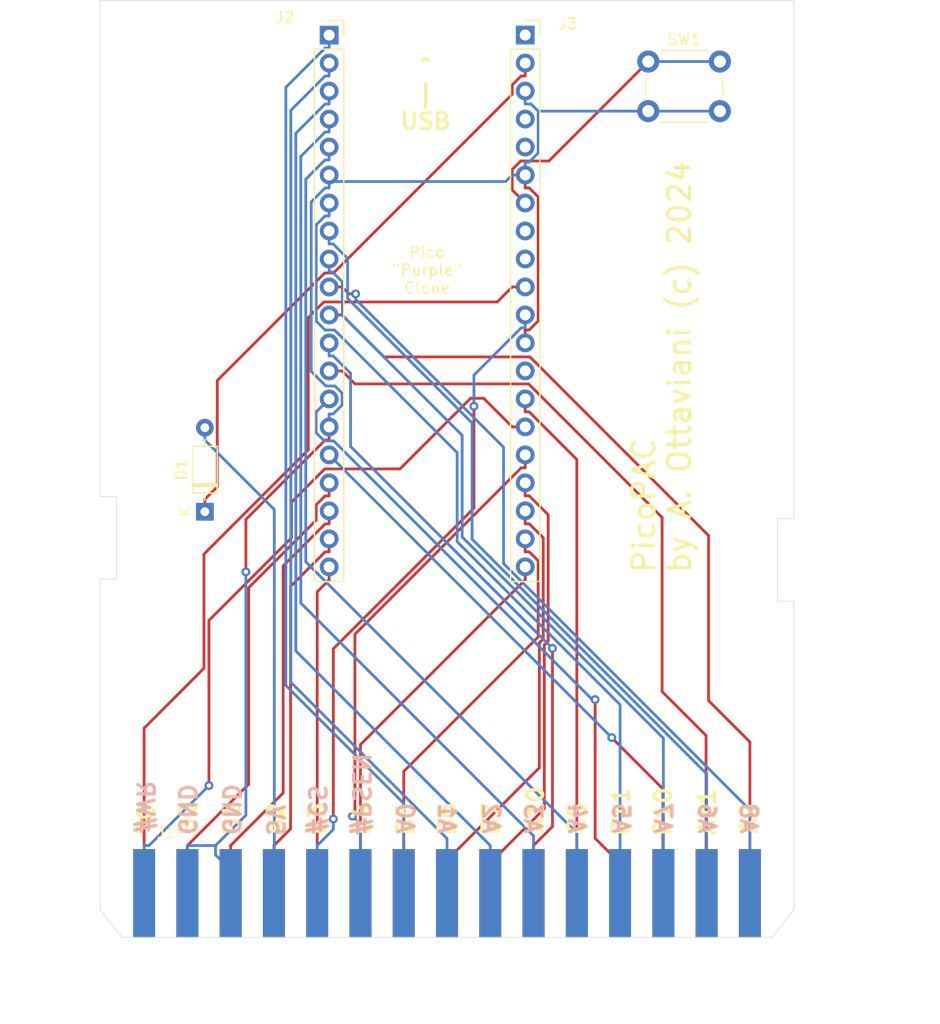
<source format=kicad_pcb>
(kicad_pcb (version 20240108) (generator "pcbnew") (generator_version "8.0")
  (layers (0 "F.Cu" signal) (31 "B.Cu" signal) (34 "B.Paste" user) (35 "F.Paste" user) (36 "B.SilkS" user "B.Silkscreen") (37 "F.SilkS" user "F.Silkscreen") (38 "B.Mask" user) (39 "F.Mask" user) (44 "Edge.Cuts" user))
  (net 0 "")
  (net 1 "+5V")
  (net 2 "GND")
  (net 3 "Net-(D1-K)")
  (net 4 "A10")
  (net 5 "A0")
  (net 6 "A5")
  (net 7 "D3")
  (net 8 "A2")
  (net 9 "D7")
  (net 10 "A11")
  (net 11 "~{CS}")
  (net 12 "D2")
  (net 13 "A1")
  (net 14 "A7")
  (net 15 "A6")
  (net 16 "A4")
  (net 17 "~{PSEN}")
  (net 18 "A12")
  (net 19 "D5")
  (net 20 "D0")
  (net 21 "A8")
  (net 22 "A13")
  (net 23 "D1")
  (net 24 "A3")
  (net 25 "~{WR}")
  (net 26 "A9")
  (net 27 "D6")
  (net 28 "CS")
  (net 29 "T0")
  (net 30 "D4")
  (net 31 "RST")
  (footprint "videopac-usbcart-kicad5:videopac-edgecon" (layer "F.Cu") (at 54 138)
    (property "Reference" "J1" (at -25.5 -9.5 0) (layer "F.SilkS"))
    (property "Value" "Videopac-edgeconnector")
    (pad "" np_thru_hole circle (at -27 -25) (size 5 5) (drill 5) (layers "*.Cu" "*.Mask") (clearance 2.2))
    (pad "" np_thru_hole circle (at 27 -25) (size 5 5) (drill 5) (layers "*.Cu" "*.Mask") (clearance 2.2))
    (pad "1" smd rect (at -27.5 -4) (size 2 8) (layers "F.Cu" "F.Paste" "F.Mask") (net 29 "T0"))
    (pad "2" smd rect (at -23.571 -4) (size 2 8) (layers "F.Cu" "F.Paste" "F.Mask") (net 20 "D0"))
    (pad "3" smd rect (at -19.643 -4) (size 2 8) (layers "F.Cu" "F.Paste" "F.Mask") (net 23 "D1"))
    (pad "4" smd rect (at -15.714 -4) (size 2 8) (layers "F.Cu" "F.Paste" "F.Mask") (net 12 "D2"))
    (pad "5" smd rect (at -11.786 -4) (size 2 8) (layers "F.Cu" "F.Paste" "F.Mask") (net 7 "D3"))
    (pad "6" smd rect (at -7.857 -4) (size 2 8) (layers "F.Cu" "F.Paste" "F.Mask") (net 30 "D4"))
    (pad "7" smd rect (at -3.929 -4) (size 2 8) (layers "F.Cu" "F.Paste" "F.Mask") (net 19 "D5"))
    (pad "8" smd rect (at 0 -4) (size 2 8) (layers "F.Cu" "F.Paste" "F.Mask") (net 27 "D6"))
    (pad "9" smd rect (at 3.929 -4) (size 2 8) (layers "F.Cu" "F.Paste" "F.Mask") (net 9 "D7"))
    (pad "10" smd rect (at 7.857 -4) (size 2 8) (layers "F.Cu" "F.Paste" "F.Mask") (net 4 "A10"))
    (pad "11" smd rect (at 11.786 -4) (size 2 8) (layers "F.Cu" "F.Paste" "F.Mask") (net 28 "CS"))
    (pad "12" smd rect (at 15.714 -4) (size 2 8) (layers "F.Cu" "F.Paste" "F.Mask") (net 18 "A12"))
    (pad "13" smd rect (at 19.643 -4) (size 2 8) (layers "F.Cu" "F.Paste" "F.Mask") (net 22 "A13"))
    (pad "14" smd rect (at 23.571 -4) (size 2 8) (layers "F.Cu" "F.Paste" "F.Mask") (net 10 "A11"))
    (pad "15" smd rect (at 27.5 -4) (size 2 8) (layers "F.Cu" "F.Paste" "F.Mask") (net 26 "A9"))
    (pad "A" smd rect (at -27.5 -4) (size 2 8) (layers "B.Cu" "F.Paste" "F.Mask") (net 25 "~{WR}"))
    (pad "B" smd rect (at -23.571 -4) (size 2 8) (layers "B.Cu" "F.Paste" "F.Mask") (net 2 "GND"))
    (pad "C" smd rect (at -19.643 -4) (size 2 8) (layers "B.Cu" "F.Paste" "F.Mask") (net 2 "GND"))
    (pad "D" smd rect (at -15.714 -4) (size 2 8) (layers "B.Cu" "F.Paste" "F.Mask") (net 1 "+5V"))
    (pad "E" smd rect (at -11.786 -4) (size 2 8) (layers "B.Cu" "F.Paste" "F.Mask") (net 11 "~{CS}"))
    (pad "F" smd rect (at -7.857 -4) (size 2 8) (layers "B.Cu" "F.Paste" "F.Mask") (net 17 "~{PSEN}"))
    (pad "G" smd rect (at -3.929 -4) (size 2 8) (layers "B.Cu" "F.Paste" "F.Mask") (net 5 "A0"))
    (pad "H" smd rect (at 0 -4) (size 2 8) (layers "B.Cu" "F.Paste" "F.Mask") (net 13 "A1"))
    (pad "J" smd rect (at 3.929 -4) (size 2 8) (layers "B.Cu" "F.Paste" "F.Mask") (net 8 "A2"))
    (pad "K" smd rect (at 7.857 -4) (size 2 8) (layers "B.Cu" "F.Paste" "F.Mask") (net 24 "A3"))
    (pad "L" smd rect (at 11.786 -4) (size 2 8) (layers "B.Cu" "F.Paste" "F.Mask") (net 16 "A4"))
    (pad "M" smd rect (at 15.714 -4) (size 2 8) (layers "B.Cu" "F.Paste" "F.Mask") (net 6 "A5"))
    (pad "N" smd rect (at 19.643 -4) (size 2 8) (layers "B.Cu" "F.Paste" "F.Mask") (net 14 "A7"))
    (pad "P" smd rect (at 23.571 -4) (size 2 8) (layers "B.Cu" "F.Paste" "F.Mask") (net 15 "A6"))
    (pad "R" smd rect (at 27.5 -4) (size 2 8) (layers "B.Cu" "F.Paste" "F.Mask") (net 21 "A8"))
  )
  (footprint "Button_Switch_THT:SW_PUSH_6mm" (layer "F.Cu") (at 72.275 58.525)
    (property "Reference" "SW1" (at 3.25 -2 0) (layer "F.SilkS"))
    (property "Value" "SW_Push")
    (fp_line (start -0.25 1.5) (end -0.25 3) (stroke (width 0.12)) (layer "F.SilkS"))
    (fp_line (start 1 5.5) (end 5.5 5.5) (stroke (width 0.12)) (layer "F.SilkS"))
    (fp_line (start 5.5 -1) (end 1 -1) (stroke (width 0.12)) (layer "F.SilkS"))
    (fp_line (start 6.75 3) (end 6.75 1.5) (stroke (width 0.12)) (layer "F.SilkS"))
    (pad "1" thru_hole circle (at 0 0 90) (size 2 2) (drill 1.1) (layers "*.Cu" "*.Mask") (net 31 "RST"))
    (pad "1" thru_hole circle (at 6.5 0 90) (size 2 2) (drill 1.1) (layers "*.Cu" "*.Mask") (net 31 "RST"))
    (pad "2" thru_hole circle (at 0 4.5 90) (size 2 2) (drill 1.1) (layers "*.Cu" "*.Mask") (net 2 "GND"))
    (pad "2" thru_hole circle (at 6.5 4.5 90) (size 2 2) (drill 1.1) (layers "*.Cu" "*.Mask") (net 2 "GND"))
  )
  (footprint "Connector_PinSocket_2.54mm:PinSocket_1x20_P2.54mm_Vertical" (layer "F.Cu") (at 61.1 56.12)
    (property "Reference" "J3" (at 3.9 -1.02 0) (layer "F.SilkS"))
    (property "Value" "Conn_01x20")
    (fp_line (start -1.33 1.27) (end -1.33 49.59) (stroke (width 0.12)) (layer "F.SilkS"))
    (fp_line (start -1.33 1.27) (end 1.33 1.27) (stroke (width 0.12)) (layer "F.SilkS"))
    (fp_line (start -1.33 49.59) (end 1.33 49.59) (stroke (width 0.12)) (layer "F.SilkS"))
    (fp_line (start 0 -1.33) (end 1.33 -1.33) (stroke (width 0.12)) (layer "F.SilkS"))
    (fp_line (start 1.33 -1.33) (end 1.33 0) (stroke (width 0.12)) (layer "F.SilkS"))
    (fp_line (start 1.33 1.27) (end 1.33 49.59) (stroke (width 0.12)) (layer "F.SilkS"))
    (pad "1" thru_hole rect (at 0 0) (size 1.7 1.7) (drill 1) (layers "*.Cu" "*.Mask"))
    (pad "2" thru_hole oval (at 0 2.54) (size 1.7 1.7) (drill 1) (layers "*.Cu" "*.Mask") (net 3 "Net-(D1-K)"))
    (pad "3" thru_hole oval (at 0 5.08) (size 1.7 1.7) (drill 1) (layers "*.Cu" "*.Mask") (net 2 "GND"))
    (pad "4" thru_hole oval (at 0 7.62) (size 1.7 1.7) (drill 1) (layers "*.Cu" "*.Mask"))
    (pad "5" thru_hole oval (at 0 10.16) (size 1.7 1.7) (drill 1) (layers "*.Cu" "*.Mask"))
    (pad "6" thru_hole oval (at 0 12.7) (size 1.7 1.7) (drill 1) (layers "*.Cu" "*.Mask") (net 2 "GND"))
    (pad "7" thru_hole oval (at 0 15.24) (size 1.7 1.7) (drill 1) (layers "*.Cu" "*.Mask") (net 31 "RST"))
    (pad "8" thru_hole oval (at 0 17.78) (size 1.7 1.7) (drill 1) (layers "*.Cu" "*.Mask"))
    (pad "9" thru_hole oval (at 0 20.32) (size 1.7 1.7) (drill 1) (layers "*.Cu" "*.Mask"))
    (pad "10" thru_hole oval (at 0 22.86) (size 1.7 1.7) (drill 1) (layers "*.Cu" "*.Mask") (net 29 "T0"))
    (pad "11" thru_hole oval (at 0 25.4) (size 1.7 1.7) (drill 1) (layers "*.Cu" "*.Mask") (net 11 "~{CS}"))
    (pad "12" thru_hole oval (at 0 27.94) (size 1.7 1.7) (drill 1) (layers "*.Cu" "*.Mask") (net 2 "GND"))
    (pad "13" thru_hole oval (at 0 30.48) (size 1.7 1.7) (drill 1) (layers "*.Cu" "*.Mask"))
    (pad "14" thru_hole oval (at 0 33.02) (size 1.7 1.7) (drill 1) (layers "*.Cu" "*.Mask") (net 28 "CS"))
    (pad "15" thru_hole oval (at 0 35.56) (size 1.7 1.7) (drill 1) (layers "*.Cu" "*.Mask") (net 25 "~{WR}"))
    (pad "16" thru_hole oval (at 0 38.1) (size 1.7 1.7) (drill 1) (layers "*.Cu" "*.Mask") (net 17 "~{PSEN}"))
    (pad "17" thru_hole oval (at 0 40.64) (size 1.7 1.7) (drill 1) (layers "*.Cu" "*.Mask") (net 9 "D7"))
    (pad "18" thru_hole oval (at 0 43.18) (size 1.7 1.7) (drill 1) (layers "*.Cu" "*.Mask") (net 27 "D6"))
    (pad "19" thru_hole oval (at 0 45.72) (size 1.7 1.7) (drill 1) (layers "*.Cu" "*.Mask") (net 19 "D5"))
    (pad "20" thru_hole oval (at 0 48.26) (size 1.7 1.7) (drill 1) (layers "*.Cu" "*.Mask") (net 30 "D4"))
  )
  (footprint "Diode_THT:D_DO-35_SOD27_P7.62mm_Horizontal" (layer "F.Cu") (at 32.015 99.375 90)
    (property "Reference" "D1" (at 3.81 -2.12 90) (layer "F.SilkS"))
    (property "Value" "Diode ")
    (fp_line (start 5.93 -1.12) (end 1.69 -1.12) (stroke (width 0.12)) (layer "F.SilkS"))
    (fp_line (start 2.53 -1.12) (end 2.53 1.12) (stroke (width 0.12)) (layer "F.SilkS"))
    (fp_line (start 2.41 -1.12) (end 2.41 1.12) (stroke (width 0.12)) (layer "F.SilkS"))
    (fp_line (start 2.29 -1.12) (end 2.29 1.12) (stroke (width 0.12)) (layer "F.SilkS"))
    (fp_line (start 1.69 -1.12) (end 1.69 1.12) (stroke (width 0.12)) (layer "F.SilkS"))
    (fp_line (start 6.58 0) (end 5.93 0) (stroke (width 0.12)) (layer "F.SilkS"))
    (fp_line (start 1.04 0) (end 1.69 0) (stroke (width 0.12)) (layer "F.SilkS"))
    (fp_line (start 5.93 1.12) (end 5.93 -1.12) (stroke (width 0.12)) (layer "F.SilkS"))
    (fp_line (start 1.69 1.12) (end 5.93 1.12) (stroke (width 0.12)) (layer "F.SilkS"))
    (fp_text user "K" (at 0 -1.8 90) (layer "F.SilkS"))
    (pad "1" thru_hole rect (at 0 0 90) (size 1.6 1.6) (drill 0.8) (layers "*.Cu" "*.Mask") (net 3 "Net-(D1-K)"))
    (pad "2" thru_hole oval (at 7.62 0 90) (size 1.6 1.6) (drill 0.8) (layers "*.Cu" "*.Mask") (net 1 "+5V"))
  )
  (footprint "Connector_PinSocket_2.54mm:PinSocket_1x20_P2.54mm_Vertical" (layer "F.Cu") (at 43.3 56.125)
    (property "Reference" "J2" (at -4.025 -1.6 0) (layer "F.SilkS"))
    (property "Value" "Conn_01x20")
    (fp_line (start -1.33 1.27) (end -1.33 49.59) (stroke (width 0.12)) (layer "F.SilkS"))
    (fp_line (start -1.33 1.27) (end 1.33 1.27) (stroke (width 0.12)) (layer "F.SilkS"))
    (fp_line (start -1.33 49.59) (end 1.33 49.59) (stroke (width 0.12)) (layer "F.SilkS"))
    (fp_line (start 0 -1.33) (end 1.33 -1.33) (stroke (width 0.12)) (layer "F.SilkS"))
    (fp_line (start 1.33 -1.33) (end 1.33 0) (stroke (width 0.12)) (layer "F.SilkS"))
    (fp_line (start 1.33 1.27) (end 1.33 49.59) (stroke (width 0.12)) (layer "F.SilkS"))
    (pad "1" thru_hole rect (at 0 0) (size 1.7 1.7) (drill 1) (layers "*.Cu" "*.Mask") (net 5 "A0"))
    (pad "2" thru_hole oval (at 0 2.54) (size 1.7 1.7) (drill 1) (layers "*.Cu" "*.Mask") (net 13 "A1"))
    (pad "3" thru_hole oval (at 0 5.08) (size 1.7 1.7) (drill 1) (layers "*.Cu" "*.Mask") (net 8 "A2"))
    (pad "4" thru_hole oval (at 0 7.62) (size 1.7 1.7) (drill 1) (layers "*.Cu" "*.Mask") (net 24 "A3"))
    (pad "5" thru_hole oval (at 0 10.16) (size 1.7 1.7) (drill 1) (layers "*.Cu" "*.Mask") (net 16 "A4"))
    (pad "6" thru_hole oval (at 0 12.7) (size 1.7 1.7) (drill 1) (layers "*.Cu" "*.Mask") (net 2 "GND"))
    (pad "7" thru_hole oval (at 0 15.24) (size 1.7 1.7) (drill 1) (layers "*.Cu" "*.Mask") (net 6 "A5"))
    (pad "8" thru_hole oval (at 0 17.78) (size 1.7 1.7) (drill 1) (layers "*.Cu" "*.Mask") (net 15 "A6"))
    (pad "9" thru_hole oval (at 0 20.32) (size 1.7 1.7) (drill 1) (layers "*.Cu" "*.Mask") (net 14 "A7"))
    (pad "10" thru_hole oval (at 0 22.86) (size 1.7 1.7) (drill 1) (layers "*.Cu" "*.Mask") (net 21 "A8"))
    (pad "11" thru_hole oval (at 0 25.4) (size 1.7 1.7) (drill 1) (layers "*.Cu" "*.Mask") (net 26 "A9"))
    (pad "12" thru_hole oval (at 0 27.94) (size 1.7 1.7) (drill 1) (layers "*.Cu" "*.Mask") (net 4 "A10"))
    (pad "13" thru_hole oval (at 0 30.48) (size 1.7 1.7) (drill 1) (layers "*.Cu" "*.Mask") (net 10 "A11"))
    (pad "14" thru_hole oval (at 0 33.02) (size 1.7 1.7) (drill 1) (layers "*.Cu" "*.Mask") (net 18 "A12"))
    (pad "15" thru_hole oval (at 0 35.56) (size 1.7 1.7) (drill 1) (layers "*.Cu" "*.Mask") (net 2 "GND"))
    (pad "16" thru_hole oval (at 0 38.1) (size 1.7 1.7) (drill 1) (layers "*.Cu" "*.Mask") (net 22 "A13"))
    (pad "17" thru_hole oval (at 0 40.64) (size 1.7 1.7) (drill 1) (layers "*.Cu" "*.Mask") (net 20 "D0"))
    (pad "18" thru_hole oval (at 0 43.18) (size 1.7 1.7) (drill 1) (layers "*.Cu" "*.Mask") (net 23 "D1"))
    (pad "19" thru_hole oval (at 0 45.72) (size 1.7 1.7) (drill 1) (layers "*.Cu" "*.Mask") (net 12 "D2"))
    (pad "20" thru_hole oval (at 0 48.26) (size 1.7 1.7) (drill 1) (layers "*.Cu" "*.Mask") (net 7 "D3"))
  )
  (gr_line (start 83.5 138) (end 24.5 138) (stroke (width 0.05)) (layer "Edge.Cuts"))
  (gr_line (start 84 100) (end 84 107.5) (stroke (width 0.05)) (layer "Edge.Cuts"))
  (gr_line (start 24 105.5) (end 24 98) (stroke (width 0.05)) (layer "Edge.Cuts"))
  (gr_line (start 22.5 53) (end 85.5 53) (stroke (width 0.05)) (layer "Edge.Cuts"))
  (gr_line (start 85.5 53) (end 85.5 100) (stroke (width 0.05)) (layer "Edge.Cuts"))
  (gr_line (start 22.5 135.5) (end 22.5 105.5) (stroke (width 0.05)) (layer "Edge.Cuts"))
  (gr_line (start 22.5 105.5) (end 24 105.5) (stroke (width 0.05)) (layer "Edge.Cuts"))
  (gr_line (start 85.5 135.5) (end 83.5 138) (stroke (width 0.05)) (layer "Edge.Cuts"))
  (gr_line (start 84 107.5) (end 85.5 107.5) (stroke (width 0.05)) (layer "Edge.Cuts"))
  (gr_line (start 24.5 138) (end 22.5 135.5) (stroke (width 0.05)) (layer "Edge.Cuts"))
  (gr_line (start 85.5 100) (end 84 100) (stroke (width 0.05)) (layer "Edge.Cuts"))
  (gr_line (start 85.5 107.5) (end 85.5 135.5) (stroke (width 0.05)) (layer "Edge.Cuts"))
  (gr_line (start 24 98) (end 22.5 98) (stroke (width 0.05)) (layer "Edge.Cuts"))
  (gr_line (start 22.5 98) (end 22.5 53) (stroke (width 0.05)) (layer "Edge.Cuts"))
  (gr_text "A8" (at 81.4 127.2 -90) (layer "B.SilkS") (effects (font (size 1.5 1.5) (thickness 0.3)) (justify mirror)))
  (gr_text "A6" (at 77.6 127.2 -90) (layer "B.SilkS") (effects (font (size 1.5 1.5) (thickness 0.3)) (justify mirror)))
  (gr_text "A7" (at 73.6 127.2 -90) (layer "B.SilkS") (effects (font (size 1.5 1.5) (thickness 0.3)) (justify mirror)))
  (gr_text "A5" (at 69.8 127.2 -90) (layer "B.SilkS") (effects (font (size 1.5 1.5) (thickness 0.3)) (justify mirror)))
  (gr_text "A4" (at 65.8 127.2 -90) (layer "B.SilkS") (effects (font (size 1.5 1.5) (thickness 0.3)) (justify mirror)))
  (gr_text "#PSEN" (at 46.2 125 -90) (layer "B.SilkS") (effects (font (size 1.5 1.5) (thickness 0.3)) (justify mirror)))
  (gr_text "A3" (at 61.8 127.2 -90) (layer "B.SilkS") (effects (font (size 1.5 1.5) (thickness 0.3)) (justify mirror)))
  (gr_text "A2" (at 58 127.2 -90) (layer "B.SilkS") (effects (font (size 1.5 1.5) (thickness 0.3)) (justify mirror)))
  (gr_text "A1" (at 54 127.2 -90) (layer "B.SilkS") (effects (font (size 1.5 1.5) (thickness 0.3)) (justify mirror)))
  (gr_text "A0" (at 50.2 127.2 -90) (layer "B.SilkS") (effects (font (size 1.5 1.5) (thickness 0.3)) (justify mirror)))
  (gr_text "#CS" (at 42.2 126.4 -90) (layer "B.SilkS") (effects (font (size 1.5 1.5) (thickness 0.3)) (justify mirror)))
  (gr_text "5V" (at 38.4 127.4 -90) (layer "B.SilkS") (effects (font (size 1.5 1.5) (thickness 0.3)) (justify mirror)))
  (gr_text "GND" (at 34.4 126.4 -90) (layer "B.SilkS") (effects (font (size 1.5 1.5) (thickness 0.3)) (justify mirror)))
  (gr_text "GND" (at 30.4 126.4 -90) (layer "B.SilkS") (effects (font (size 1.5 1.5) (thickness 0.3)) (justify mirror)))
  (gr_text "#WR" (at 26.6 126.2 -90) (layer "B.SilkS") (effects (font (size 1.5 1.5) (thickness 0.3)) (justify mirror)))
  (gr_text "B0" (at 30.5 127.25 90) (layer "F.SilkS") (effects (font (size 1.5 1.5) (thickness 0.3))))
  (gr_text "B1" (at 34.5 127.25 90) (layer "F.SilkS") (effects (font (size 1.5 1.5) (thickness 0.3))))
  (gr_text "B2" (at 38.5 127.25 90) (layer "F.SilkS") (effects (font (size 1.5 1.5) (thickness 0.3))))
  (gr_text "B3" (at 42.25 127.25 90) (layer "F.SilkS") (effects (font (size 1.5 1.5) (thickness 0.3))))
  (gr_text "B4" (at 46.25 127.25 90) (layer "F.SilkS") (effects (font (size 1.5 1.5) (thickness 0.3))))
  (gr_text "B5" (at 50.25 127.25 90) (layer "F.SilkS") (effects (font (size 1.5 1.5) (thickness 0.3))))
  (gr_text "B6" (at 54 127.25 90) (layer "F.SilkS") (effects (font (size 1.5 1.5) (thickness 0.3))))
  (gr_text "B7" (at 58 127.25 90) (layer "F.SilkS") (effects (font (size 1.5 1.5) (thickness 0.3))))
  (gr_text "A10" (at 62 126.4 90) (layer "F.SilkS") (effects (font (size 1.5 1.5) (thickness 0.3))))
  (gr_text "CS" (at 65.8 127.2 90) (layer "F.SilkS") (effects (font (size 1.5 1.5) (thickness 0.3))))
  (gr_text "P11" (at 69.8 126.6 90) (layer "F.SilkS") (effects (font (size 1.5 1.5) (thickness 0.3))))
  (gr_text "P10" (at 73.6 126.6 90) (layer "F.SilkS") (effects (font (size 1.5 1.5) (thickness 0.3))))
  (gr_text "A11" (at 77.6 126.6 90) (layer "F.SilkS") (effects (font (size 1.5 1.5) (thickness 0.3))))
  (gr_text "A9" (at 81.4 127.2 90) (layer "F.SilkS") (effects (font (size 1.5 1.5) (thickness 0.3))))
  (gr_text "PicoPAC\nby A. Ottaviani (c) 2024" (at 76.275 105.1 90) (layer "F.SilkS") (effects (font (size 2 2) (thickness 0.3)) (justify left bottom)))
  (gr_text "T0" (at 26.75 127.25 90) (layer "F.SilkS") (effects (font (size 1.5 1.5) (thickness 0.3))))
  (gr_text "Pico\n{dblquote}Purple{dblquote}\nClone" (at 52.175 79.65 0) (layer "F.SilkS") (effects (font (size 1 1)) (justify bottom)))
  (gr_text "^\n|\nUSB\n" (at 52.05 64.825 0) (layer "F.SilkS") (effects (font (size 1.5 1.5) (thickness 0.3) (bold yes)) (justify bottom)))
  (segment (start 38.32 134) (end 38.32 132.625) (width 1) (layer "B.Cu") (net 1))
  (segment (start 38.32 132.625) (end 38.32 131.25) (width 1) (layer "B.Cu") (net 1))
  (segment (start 38.32 99.1867) (end 38.32 131.25) (width 0.25) (layer "B.Cu") (net 1))
  (segment (start 38.286 132.659) (end 38.286 134) (width 0.25) (layer "B.Cu") (net 1))
  (segment (start 38.32 132.625) (end 38.286 132.659) (width 0.25) (layer "B.Cu") (net 1))
  (segment (start 32.015 92.8817) (end 38.32 99.1867) (width 0.25) (layer "B.Cu") (net 1))
  (segment (start 32.015 91.755) (end 32.015 92.8817) (width 0.25) (layer "B.Cu") (net 1))
  (segment (start 61.4677 69.9967) (end 62.2767 70.8057) (width 0.25) (layer "F.Cu") (net 2))
  (segment (start 61.4678 82.8833) (end 61.1 82.8833) (width 0.25) (layer "F.Cu") (net 2))
  (segment (start 62.2767 82.0744) (end 61.4678 82.8833) (width 0.25) (layer "F.Cu") (net 2))
  (segment (start 61.1 68.82) (end 61.1 69.9967) (width 0.25) (layer "F.Cu") (net 2))
  (segment (start 61.1 69.9967) (end 61.4677 69.9967) (width 0.25) (layer "F.Cu") (net 2))
  (segment (start 61.1 84.06) (end 61.1 82.8833) (width 0.25) (layer "F.Cu") (net 2))
  (segment (start 43.3 91.685) (end 43.3 92.8617) (width 0.25) (layer "F.Cu") (net 2))
  (segment (start 42.9554 92.8617) (end 35.7402 100.0769) (width 0.25) (layer "F.Cu") (net 2))
  (segment (start 35.7402 100.0769) (end 35.7402 104.8345) (width 0.25) (layer "F.Cu") (net 2))
  (segment (start 62.2767 70.8057) (end 62.2767 82.0744) (width 0.25) (layer "F.Cu") (net 2))
  (segment (start 43.3 92.8617) (end 42.9554 92.8617) (width 0.25) (layer "F.Cu") (net 2))
  (via (at 35.7402 104.8345) (size 0.8) (drill 0.4) (layers "F.Cu" "B.Cu") (net 2))
  (segment (start 34.4 134) (end 34.4 132.9687) (width 1) (layer "B.Cu") (net 2))
  (segment (start 61.6284 62.3767) (end 61.1 62.3767) (width 0.25) (layer "B.Cu") (net 2))
  (segment (start 43.3 90.5083) (end 43.6678 90.5083) (width 0.25) (layer "B.Cu") (net 2))
  (segment (start 43.3 69.4133) (end 59.33 69.4133) (width 0.25) (layer "B.Cu") (net 2))
  (segment (start 42.9323 70.0017) (end 43.3 70.0017) (width 0.25) (layer "B.Cu") (net 2))
  (segment (start 32.9843 129.6733) (end 32.9843 130.5218) (width 0.25) (layer "B.Cu") (net 2))
  (segment (start 44.4767 88.6185) (end 43.8265 87.9683) (width 0.25) (layer "B.Cu") (net 2))
  (segment (start 43.3 69.4133) (end 43.3 70.0017) (width 0.25) (layer "B.Cu") (net 2))
  (segment (start 62.2767 66.8344) (end 62.2767 63.025) (width 0.25) (layer "B.Cu") (net 2))
  (segment (start 34.4 131.9375) (end 34.4 131.25) (width 1) (layer "B.Cu") (net 2))
  (segment (start 61.4678 67.6433) (end 62.2767 66.8344) (width 0.25) (layer "B.Cu") (net 2))
  (segment (start 41.6713 86.6451) (end 41.6713 71.2627) (width 0.25) (layer "B.Cu") (net 2))
  (segment (start 59.33 69.4133) (end 59.9233 68.82) (width 0.25) (layer "B.Cu") (net 2))
  (segment (start 30.429 134) (end 30.429 129.6733) (width 0.25) (layer "B.Cu") (net 2))
  (segment (start 61.1 61.2) (end 61.1 62.3767) (width 0.25) (layer "B.Cu") (net 2))
  (segment (start 30.429 129.6733) (end 32.9843 129.6733) (width 0.25) (layer "B.Cu") (net 2))
  (segment (start 34.4 132.9687) (end 34.4 131.9375) (width 1) (layer "B.Cu") (net 2))
  (segment (start 44.4767 89.6994) (end 44.4767 88.6185) (width 0.25) (layer "B.Cu") (net 2))
  (segment (start 61.1 68.82) (end 61.1 67.6433) (width 0.25) (layer "B.Cu") (net 2))
  (segment (start 61.1 67.6433) (end 61.4678 67.6433) (width 0.25) (layer "B.Cu") (net 2))
  (segment (start 32.9843 129.6733) (end 35.7402 126.9174) (width 0.25) (layer "B.Cu") (net 2))
  (segment (start 41.6713 71.2627) (end 42.9323 70.0017) (width 0.25) (layer "B.Cu") (net 2))
  (segment (start 34.357 133.0117) (end 34.357 134) (width 0.25) (layer "B.Cu") (net 2))
  (segment (start 43.3 91.685) (end 43.3 90.5083) (width 0.25) (layer "B.Cu") (net 2))
  (segment (start 62.2767 63.025) (end 61.6284 62.3767) (width 0.25) (layer "B.Cu") (net 2))
  (segment (start 43.6678 90.5083) (end 44.4767 89.6994) (width 0.25) (layer "B.Cu") (net 2))
  (segment (start 32.9843 130.5218) (end 34.4 131.9375) (width 0.25) (layer "B.Cu") (net 2))
  (segment (start 34.4 132.9687) (end 34.357 133.0117) (width 0.25) (layer "B.Cu") (net 2))
  (segment (start 35.7402 126.9174) (end 35.7402 104.8345) (width 0.25) (layer "B.Cu") (net 2))
  (segment (start 43.3 68.825) (end 43.3 69.4133) (width 0.25) (layer "B.Cu") (net 2))
  (segment (start 61.1 68.82) (end 59.9233 68.82) (width 0.25) (layer "B.Cu") (net 2))
  (segment (start 42.9945 87.9683) (end 41.6713 86.6451) (width 0.25) (layer "B.Cu") (net 2))
  (segment (start 62.2767 63.025) (end 72.275 63.025) (width 0.25) (layer "B.Cu") (net 2))
  (segment (start 72.275 63.025) (end 78.775 63.025) (width 0.25) (layer "B.Cu") (net 2))
  (segment (start 43.8265 87.9683) (end 42.9945 87.9683) (width 0.25) (layer "B.Cu") (net 2))
  (segment (start 32.015 99.375) (end 32.015 98.2483) (width 0.25) (layer "F.Cu") (net 3))
  (segment (start 33.1417 97.1216) (end 33.1417 87.4721) (width 0.25) (layer "F.Cu") (net 3))
  (segment (start 60.7322 59.8367) (end 61.1 59.8367) (width 0.25) (layer "F.Cu") (net 3))
  (segment (start 59.9233 61.4908) (end 59.9233 60.6456) (width 0.25) (layer "F.Cu") (net 3))
  (segment (start 61.1 58.66) (end 61.1 59.8367) (width 0.25) (layer "F.Cu") (net 3))
  (segment (start 43.6991 77.715) (end 59.9233 61.4908) (width 0.25) (layer "F.Cu") (net 3))
  (segment (start 42.8988 77.715) (end 43.6991 77.715) (width 0.25) (layer "F.Cu") (net 3))
  (segment (start 59.9233 60.6456) (end 60.7322 59.8367) (width 0.25) (layer "F.Cu") (net 3))
  (segment (start 32.015 98.2483) (end 33.1417 97.1216) (width 0.25) (layer "F.Cu") (net 3))
  (segment (start 33.1417 87.4721) (end 42.8988 77.715) (width 0.25) (layer "F.Cu") (net 3))
  (segment (start 61.857 134) (end 61.857 129.6733) (width 0.25) (layer "F.Cu") (net 4))
  (segment (start 61.857 129.6733) (end 63.575 127.9553) (width 0.25) (layer "F.Cu") (net 4))
  (segment (start 63.575 127.9553) (end 63.575 111.7803) (width 0.25) (layer "F.Cu") (net 4))
  (via (at 63.575 111.7803) (size 0.8) (drill 0.4) (layers "F.Cu" "B.Cu") (net 4))
  (segment (start 43.3 85.2417) (end 43.6677 85.2417) (width 0.25) (layer "B.Cu") (net 4))
  (segment (start 43.3 84.065) (end 43.3 85.2417) (width 0.25) (layer "B.Cu") (net 4))
  (segment (start 45.243 86.817) (end 45.243 93.4483) (width 0.25) (layer "B.Cu") (net 4))
  (segment (start 43.6677 85.2417) (end 45.243 86.817) (width 0.25) (layer "B.Cu") (net 4))
  (segment (start 45.243 93.4483) (end 63.575 111.7803) (width 0.25) (layer "B.Cu") (net 4))
  (segment (start 43.3 56.125) (end 43.3 57.3017) (width 0.25) (layer "B.Cu") (net 5))
  (segment (start 39.3675 115.1457) (end 39.3675 60.8665) (width 0.25) (layer "B.Cu") (net 5))
  (segment (start 50.071 134) (end 50.071 131) (width 0.25) (layer "B.Cu") (net 5))
  (segment (start 42.9323 57.3017) (end 43.3 57.3017) (width 0.25) (layer "B.Cu") (net 5))
  (segment (start 50.071 131) (end 50.071 125.8492) (width 0.25) (layer "B.Cu") (net 5))
  (segment (start 39.3675 60.8665) (end 42.9323 57.3017) (width 0.25) (layer "B.Cu") (net 5))
  (segment (start 50.071 125.8492) (end 39.3675 115.1457) (width 0.25) (layer "B.Cu") (net 5))
  (segment (start 69.7139 129.6733) (end 69.714 129.6733) (width 0.25) (layer "B.Cu") (net 6))
  (segment (start 42.9322 72.5417) (end 42.1233 73.3506) (width 0.25) (layer "B.Cu") (net 6))
  (segment (start 43.3 72.5417) (end 42.9322 72.5417) (width 0.25) (layer "B.Cu") (net 6))
  (segment (start 69.7139 116.8914) (end 69.7139 129.6733) (width 0.25) (layer "B.Cu") (net 6))
  (segment (start 43.3 71.365) (end 43.3 72.5417) (width 0.25) (layer "B.Cu") (net 6))
  (segment (start 42.1233 82.0801) (end 42.9315 82.8883) (width 0.25) (layer "B.Cu") (net 6))
  (segment (start 54.9193 94.0201) (end 54.9193 102.0968) (width 0.25) (layer "B.Cu") (net 6))
  (segment (start 42.9315 82.8883) (end 43.7875 82.8883) (width 0.25) (layer "B.Cu") (net 6))
  (segment (start 43.7875 82.8883) (end 54.9193 94.0201) (width 0.25) (layer "B.Cu") (net 6))
  (segment (start 54.9193 102.0968) (end 69.7139 116.8914) (width 0.25) (layer "B.Cu") (net 6))
  (segment (start 42.1233 73.3506) (end 42.1233 82.0801) (width 0.25) (layer "B.Cu") (net 6))
  (segment (start 69.714 134) (end 69.714 129.6733) (width 0.25) (layer "B.Cu") (net 6))
  (segment (start 42.214 106.6477) (end 42.214 134) (width 0.25) (layer "F.Cu") (net 7))
  (segment (start 43.3 104.385) (end 43.3 105.5617) (width 0.25) (layer "F.Cu") (net 7))
  (segment (start 43.3 105.5617) (end 42.214 106.6477) (width 0.25) (layer "F.Cu") (net 7))
  (segment (start 57.929 129.6733) (end 40.2717 112.016) (width 0.25) (layer "B.Cu") (net 8))
  (segment (start 40.2717 65.0423) (end 42.9323 62.3817) (width 0.25) (layer "B.Cu") (net 8))
  (segment (start 42.9323 62.3817) (end 43.3 62.3817) (width 0.25) (layer "B.Cu") (net 8))
  (segment (start 40.2717 112.016) (end 40.2717 65.0423) (width 0.25) (layer "B.Cu") (net 8))
  (segment (start 43.3 61.205) (end 43.3 62.3817) (width 0.25) (layer "B.Cu") (net 8))
  (segment (start 57.929 134) (end 57.929 129.6733) (width 0.25) (layer "B.Cu") (net 8))
  (segment (start 63.1868 99.6558) (end 63.1868 111.1132) (width 0.25) (layer "F.Cu") (net 9))
  (segment (start 61.1 97.9367) (end 61.4677 97.9367) (width 0.25) (layer "F.Cu") (net 9))
  (segment (start 61.1 96.76) (end 61.1 97.9367) (width 0.25) (layer "F.Cu") (net 9))
  (segment (start 57.929 132.634) (end 57.929 134) (width 0.25) (layer "F.Cu") (net 9))
  (segment (start 57.92 132.625) (end 57.92 134) (width 0.25) (layer "F.Cu") (net 9))
  (segment (start 62.8337 111.4663) (end 62.8337 126.3363) (width 0.25) (layer "F.Cu") (net 9))
  (segment (start 57.92 131.25) (end 57.92 132.625) (width 0.25) (layer "F.Cu") (net 9))
  (segment (start 61.4677 97.9367) (end 63.1868 99.6558) (width 0.25) (layer "F.Cu") (net 9))
  (segment (start 57.92 132.625) (end 57.929 132.634) (width 0.25) (layer "F.Cu") (net 9))
  (segment (start 62.8337 126.3363) (end 57.92 131.25) (width 0.25) (layer "F.Cu") (net 9))
  (segment (start 63.1868 111.1132) (end 62.8337 111.4663) (width 0.25) (layer "F.Cu") (net 9))
  (segment (start 45.6534 87.7817) (end 44.4767 86.605) (width 0.25) (layer "F.Cu") (net 10))
  (segment (start 77.52 131.25) (end 77.52 119.6926) (width 0.25) (layer "F.Cu") (net 10))
  (segment (start 73.5298 115.7024) (end 73.5298 99.9005) (width 0.25) (layer "F.Cu") (net 10))
  (segment (start 43.3 86.605) (end 44.4767 86.605) (width 0.25) (layer "F.Cu") (net 10))
  (segment (start 73.5298 99.9005) (end 61.411 87.7817) (width 0.25) (layer "F.Cu") (net 10))
  (segment (start 61.411 87.7817) (end 45.6534 87.7817) (width 0.25) (layer "F.Cu") (net 10))
  (segment (start 77.52 132.625) (end 77.571 132.676) (width 0.25) (layer "F.Cu") (net 10))
  (segment (start 77.52 132.625) (end 77.52 131.25) (width 0.25) (layer "F.Cu") (net 10))
  (segment (start 77.52 134) (end 77.52 132.625) (width 0.25) (layer "F.Cu") (net 10))
  (segment (start 77.571 132.676) (end 77.571 134) (width 0.25) (layer "F.Cu") (net 10))
  (segment (start 77.52 119.6926) (end 73.5298 115.7024) (width 0.25) (layer "F.Cu") (net 10))
  (segment (start 43.6774 111.8191) (end 56.4425 99.054) (width 0.25) (layer "F.Cu") (net 11))
  (segment (start 43.6774 127.2661) (end 43.6774 111.8191) (width 0.25) (layer "F.Cu") (net 11))
  (segment (start 56.4425 99.054) (end 56.4425 89.8116) (width 0.25) (layer "F.Cu") (net 11))
  (via (at 43.6774 127.2661) (size 0.8) (drill 0.4) (layers "F.Cu" "B.Cu") (net 11))
  (via (at 56.4425 89.8116) (size 0.8) (drill 0.4) (layers "F.Cu" "B.Cu") (net 11))
  (segment (start 56.4425 89.8116) (end 56.4425 86.9865) (width 0.25) (layer "B.Cu") (net 11))
  (segment (start 60.7323 82.6967) (end 61.1 82.6967) (width 0.25) (layer "B.Cu") (net 11))
  (segment (start 61.1 81.52) (end 61.1 82.6967) (width 0.25) (layer "B.Cu") (net 11))
  (segment (start 43.6774 128.2099) (end 43.6774 127.2661) (width 0.25) (layer "B.Cu") (net 11))
  (segment (start 42.214 129.6733) (end 43.6774 128.2099) (width 0.25) (layer "B.Cu") (net 11))
  (segment (start 42.214 134) (end 42.214 129.6733) (width 0.25) (layer "B.Cu") (net 11))
  (segment (start 56.4425 86.9865) (end 60.7323 82.6967) (width 0.25) (layer "B.Cu") (net 11))
  (segment (start 38.286 129.6733) (end 39.8002 128.1591) (width 0.25) (layer "F.Cu") (net 12))
  (segment (start 39.8002 128.1591) (end 39.8002 106.1598) (width 0.25) (layer "F.Cu") (net 12))
  (segment (start 43.3 101.845) (end 43.3 103.0217) (width 0.25) (layer "F.Cu") (net 12))
  (segment (start 38.286 134) (end 38.286 129.6733) (width 0.25) (layer "F.Cu") (net 12))
  (segment (start 42.9383 103.0217) (end 43.3 103.0217) (width 0.25) (layer "F.Cu") (net 12))
  (segment (start 39.8002 106.1598) (end 42.9383 103.0217) (width 0.25) (layer "F.Cu") (net 12))
  (segment (start 39.8192 114.8552) (end 39.8192 62.9568) (width 0.25) (layer "B.Cu") (net 13))
  (segment (start 42.9343 59.8417) (end 43.3 59.8417) (width 0.25) (layer "B.Cu") (net 13))
  (segment (start 43.3 58.665) (end 43.3 59.8417) (width 0.25) (layer "B.Cu") (net 13))
  (segment (start 54 131) (end 54 129.036) (width 0.25) (layer "B.Cu") (net 13))
  (segment (start 54 134) (end 54 131) (width 0.25) (layer "B.Cu") (net 13))
  (segment (start 39.8192 62.9568) (end 42.9343 59.8417) (width 0.25) (layer "B.Cu") (net 13))
  (segment (start 54 129.036) (end 39.8192 114.8552) (width 0.25) (layer "B.Cu") (net 13))
  (segment (start 43.3 77.6217) (end 43.6009 77.6217) (width 0.25) (layer "B.Cu") (net 14))
  (segment (start 55.3756 101.6655) (end 73.643 119.9329) (width 0.25) (layer "B.Cu") (net 14))
  (segment (start 44.501 78.5218) (end 44.501 81.5782) (width 0.25) (layer "B.Cu") (net 14))
  (segment (start 55.3756 92.4528) (end 55.3756 101.6655) (width 0.25) (layer "B.Cu") (net 14))
  (segment (start 73.643 119.9329) (end 73.643 134) (width 0.25) (layer "B.Cu") (net 14))
  (segment (start 43.3 76.445) (end 43.3 77.6217) (width 0.25) (layer "B.Cu") (net 14))
  (segment (start 44.501 81.5782) (end 55.3756 92.4528) (width 0.25) (layer "B.Cu") (net 14))
  (segment (start 43.6009 77.6217) (end 44.501 78.5218) (width 0.25) (layer "B.Cu") (net 14))
  (segment (start 43.6636 75.0817) (end 44.976 76.3941) (width 0.25) (layer "B.Cu") (net 15))
  (segment (start 43.3 73.905) (end 43.3 75.0817) (width 0.25) (layer "B.Cu") (net 15))
  (segment (start 56.2789 91.3212) (end 56.2789 101.8757) (width 0.25) (layer "B.Cu") (net 15))
  (segment (start 43.3 75.0817) (end 43.6636 75.0817) (width 0.25) (layer "B.Cu") (net 15))
  (segment (start 77.571 134) (end 77.571 129.6733) (width 0.25) (layer "B.Cu") (net 15))
  (segment (start 44.976 76.3941) (end 44.976 80.0183) (width 0.25) (layer "B.Cu") (net 15))
  (segment (start 77.571 123.1678) (end 77.571 129.6733) (width 0.25) (layer "B.Cu") (net 15))
  (segment (start 56.2789 101.8757) (end 77.571 123.1678) (width 0.25) (layer "B.Cu") (net 15))
  (segment (start 44.976 80.0183) (end 56.2789 91.3212) (width 0.25) (layer "B.Cu") (net 15))
  (segment (start 41.1773 69.2029) (end 42.9185 67.4617) (width 0.25) (layer "B.Cu") (net 16))
  (segment (start 43.3 66.285) (end 43.3 67.4617) (width 0.25) (layer "B.Cu") (net 16))
  (segment (start 41.1773 103.9265) (end 41.1773 69.2029) (width 0.25) (layer "B.Cu") (net 16))
  (segment (start 42.9185 67.4617) (end 43.3 67.4617) (width 0.25) (layer "B.Cu") (net 16))
  (segment (start 65.786 134) (end 65.786 128.5352) (width 0.25) (layer "B.Cu") (net 16))
  (segment (start 65.786 128.5352) (end 41.1773 103.9265) (width 0.25) (layer "B.Cu") (net 16))
  (segment (start 45.64 110.4953) (end 60.7386 95.3967) (width 0.25) (layer "F.Cu") (net 17))
  (segment (start 60.7386 95.3967) (end 61.1 95.3967) (width 0.25) (layer "F.Cu") (net 17))
  (segment (start 61.1 94.22) (end 61.1 95.3967) (width 0.25) (layer "F.Cu") (net 17))
  (segment (start 45.64 126.7793) (end 45.64 110.4953) (width 0.25) (layer "F.Cu") (net 17))
  (segment (start 45.4157 127.0036) (end 45.64 126.7793) (width 0.25) (layer "F.Cu") (net 17))
  (via (at 45.4157 127.0036) (size 0.8) (drill 0.4) (layers "F.Cu" "B.Cu") (net 17))
  (segment (start 46.143 127.7309) (end 45.4157 127.0036) (width 0.25) (layer "B.Cu") (net 17))
  (segment (start 46.143 134) (end 46.143 131) (width 0.25) (layer "B.Cu") (net 17))
  (segment (start 46.143 131) (end 46.143 127.7309) (width 0.25) (layer "B.Cu") (net 17))
  (segment (start 69.68 131.25) (end 67.4499 129.0199) (width 0.25) (layer "F.Cu") (net 18))
  (segment (start 69.68 132.625) (end 69.68 134) (width 0.25) (layer "F.Cu") (net 18))
  (segment (start 67.4499 129.0199) (end 67.4499 116.4276) (width 0.25) (layer "F.Cu") (net 18))
  (segment (start 69.714 132.659) (end 69.714 134) (width 0.25) (layer "F.Cu") (net 18))
  (segment (start 69.68 131.25) (end 69.68 132.625) (width 0.25) (layer "F.Cu") (net 18))
  (segment (start 69.68 132.625) (end 69.714 132.659) (width 0.25) (layer "F.Cu") (net 18))
  (via (at 67.4499 116.4276) (size 0.8) (drill 0.4) (layers "F.Cu" "B.Cu") (net 18))
  (segment (start 43.7079 92.952) (end 42.8582 92.952) (width 0.25) (layer "B.Cu") (net 18))
  (segment (start 67.4499 116.4276) (end 67.1835 116.4276) (width 0.25) (layer "B.Cu") (net 18))
  (segment (start 42.8582 92.952) (end 42.1155 92.2093) (width 0.25) (layer "B.Cu") (net 18))
  (segment (start 42.1155 92.2093) (end 42.1155 90.3295) (width 0.25) (layer "B.Cu") (net 18))
  (segment (start 67.1835 116.4276) (end 43.7079 92.952) (width 0.25) (layer "B.Cu") (net 18))
  (segment (start 42.1155 90.3295) (end 43.3 89.145) (width 0.25) (layer "B.Cu") (net 18))
  (segment (start 61.4678 103.0167) (end 62.2767 103.8256) (width 0.25) (layer "F.Cu") (net 19))
  (segment (start 61.1 103.0167) (end 61.4678 103.0167) (width 0.25) (layer "F.Cu") (net 19))
  (segment (start 50.071 134) (end 50.071 129.6733) (width 0.25) (layer "F.Cu") (net 19))
  (segment (start 61.1 101.84) (end 61.1 103.0167) (width 0.25) (layer "F.Cu") (net 19))
  (segment (start 50.071 122.9514) (end 50.071 129.6733) (width 0.25) (layer "F.Cu") (net 19))
  (segment (start 62.2767 110.7457) (end 50.071 122.9514) (width 0.25) (layer "F.Cu") (net 19))
  (segment (start 62.2767 103.8256) (end 62.2767 110.7457) (width 0.25) (layer "F.Cu") (net 19))
  (segment (start 42.9322 97.9417) (end 42.1233 98.7506) (width 0.25) (layer "F.Cu") (net 20))
  (segment (start 42.1233 98.7506) (end 42.1233 100.1465) (width 0.25) (layer "F.Cu") (net 20))
  (segment (start 35.9947 106.2751) (end 35.9947 124.1076) (width 0.25) (layer "F.Cu") (net 20))
  (segment (start 43.3 97.9417) (end 42.9322 97.9417) (width 0.25) (layer "F.Cu") (net 20))
  (segment (start 42.1233 100.1465) (end 35.9947 106.2751) (width 0.25) (layer "F.Cu") (net 20))
  (segment (start 35.9947 124.1076) (end 30.429 129.6733) (width 0.25) (layer "F.Cu") (net 20))
  (segment (start 30.429 134) (end 30.429 129.6733) (width 0.25) (layer "F.Cu") (net 20))
  (segment (start 43.3 96.765) (end 43.3 97.9417) (width 0.25) (layer "F.Cu") (net 20))
  (segment (start 45.1032 79.6115) (end 44.4767 78.985) (width 0.25) (layer "F.Cu") (net 21))
  (segment (start 43.3 78.985) (end 44.4767 78.985) (width 0.25) (layer "F.Cu") (net 21))
  (segment (start 45.7027 79.6115) (end 45.1032 79.6115) (width 0.25) (layer "F.Cu") (net 21))
  (via (at 45.7027 79.6115) (size 0.8) (drill 0.4) (layers "F.Cu" "B.Cu") (net 21))
  (segment (start 59.1332 93.5299) (end 59.1332 104.0774) (width 0.25) (layer "B.Cu") (net 21))
  (segment (start 45.7027 80.0994) (end 59.1332 93.5299) (width 0.25) (layer "B.Cu") (net 21))
  (segment (start 81.5 126.4442) (end 81.5 134) (width 0.25) (layer "B.Cu") (net 21))
  (segment (start 45.7027 79.6115) (end 45.7027 80.0994) (width 0.25) (layer "B.Cu") (net 21))
  (segment (start 59.1332 104.0774) (end 81.5 126.4442) (width 0.25) (layer "B.Cu") (net 21))
  (segment (start 73.643 132.668) (end 73.643 134) (width 0.25) (layer "F.Cu") (net 22))
  (segment (start 73.6 131.25) (end 73.6 124.525) (width 0.25) (layer "F.Cu") (net 22))
  (segment (start 73.6 134) (end 73.6 132.625) (width 0.25) (layer "F.Cu") (net 22))
  (segment (start 73.6 132.625) (end 73.643 132.668) (width 0.25) (layer "F.Cu") (net 22))
  (segment (start 73.6 124.525) (end 68.9566 119.8816) (width 0.25) (layer "F.Cu") (net 22))
  (segment (start 73.6 132.625) (end 73.6 131.25) (width 0.25) (layer "F.Cu") (net 22))
  (via (at 68.9566 119.8816) (size 0.8) (drill 0.4) (layers "F.Cu" "B.Cu") (net 22))
  (segment (start 68.9566 119.8816) (end 43.3 94.225) (width 0.25) (layer "B.Cu") (net 22))
  (segment (start 42.9431 100.4817) (end 43.3 100.4817) (width 0.25) (layer "F.Cu") (net 23))
  (segment (start 39.1236 124.9067) (end 39.1236 104.3012) (width 0.25) (layer "F.Cu") (net 23))
  (segment (start 34.357 134) (end 34.357 129.6733) (width 0.25) (layer "F.Cu") (net 23))
  (segment (start 34.357 129.6733) (end 39.1236 124.9067) (width 0.25) (layer "F.Cu") (net 23))
  (segment (start 39.1236 104.3012) (end 42.9431 100.4817) (width 0.25) (layer "F.Cu") (net 23))
  (segment (start 43.3 99.305) (end 43.3 100.4817) (width 0.25) (layer "F.Cu") (net 23))
  (segment (start 40.7256 107.6684) (end 40.7256 67.138) (width 0.25) (layer "B.Cu") (net 24))
  (segment (start 61.857 128.7998) (end 40.7256 107.6684) (width 0.25) (layer "B.Cu") (net 24))
  (segment (start 61.857 134) (end 61.857 128.7998) (width 0.25) (layer "B.Cu") (net 24))
  (segment (start 40.7256 67.138) (end 42.9419 64.9217) (width 0.25) (layer "B.Cu") (net 24))
  (segment (start 42.9419 64.9217) (end 43.3 64.9217) (width 0.25) (layer "B.Cu") (net 24))
  (segment (start 43.3 63.745) (end 43.3 64.9217) (width 0.25) (layer "B.Cu") (net 24))
  (segment (start 32.3854 109.2455) (end 32.3854 124.2316) (width 0.25) (layer "F.Cu") (net 25))
  (segment (start 57.3282 89.0849) (end 56.1416 89.0849) (width 0.25) (layer "F.Cu") (net 25))
  (segment (start 59.9233 91.68) (end 57.3282 89.0849) (width 0.25) (layer "F.Cu") (net 25))
  (segment (start 49.7316 95.4949) (end 49.7316 95.495) (width 0.25) (layer "F.Cu") (net 25))
  (segment (start 56.1416 89.0849) (end 49.7316 95.4949) (width 0.25) (layer "F.Cu") (net 25))
  (segment (start 39.8787 98.5142) (end 39.8787 101.7522) (width 0.25) (layer "F.Cu") (net 25))
  (segment (start 39.8787 101.7522) (end 32.3854 109.2455) (width 0.25) (layer "F.Cu") (net 25))
  (segment (start 61.1 91.68) (end 59.9233 91.68) (width 0.25) (layer "F.Cu") (net 25))
  (segment (start 42.8979 95.495) (end 39.8787 98.5142) (width 0.25) (layer "F.Cu") (net 25))
  (segment (start 49.7316 95.495) (end 42.8979 95.495) (width 0.25) (layer "F.Cu") (net 25))
  (via (at 32.3854 124.2316) (size 0.8) (drill 0.4) (layers "F.Cu" "B.Cu") (net 25))
  (segment (start 26.5 134) (end 26.5 129.6733) (width 0.25) (layer "B.Cu") (net 25))
  (segment (start 26.9437 129.6733) (end 32.3854 124.2316) (width 0.25) (layer "B.Cu") (net 25))
  (segment (start 26.5 129.6733) (end 26.9437 129.6733) (width 0.25) (layer "B.Cu") (net 25))
  (segment (start 48.2817 85.33) (end 44.4767 81.525) (width 0.25) (layer "F.Cu") (net 26))
  (segment (start 77.7451 116.5232) (end 77.7451 101.5464) (width 0.25) (layer "F.Cu") (net 26))
  (segment (start 77.7451 101.5464) (end 61.5287 85.33) (width 0.25) (layer "F.Cu") (net 26))
  (segment (start 81.5 120.2781) (end 77.7451 116.5232) (width 0.25) (layer "F.Cu") (net 26))
  (segment (start 81.5 134) (end 81.5 120.2781) (width 0.25) (layer "F.Cu") (net 26))
  (segment (start 61.5287 85.33) (end 48.2817 85.33) (width 0.25) (layer "F.Cu") (net 26))
  (segment (start 43.3 81.525) (end 44.4767 81.525) (width 0.25) (layer "F.Cu") (net 26))
  (segment (start 61.1 100.4767) (end 61.4678 100.4767) (width 0.25) (layer "F.Cu") (net 27))
  (segment (start 62.7351 101.744) (end 62.7351 110.9261) (width 0.25) (layer "F.Cu") (net 27))
  (segment (start 62.382 122.618) (end 54 131) (width 0.25) (layer "F.Cu") (net 27))
  (segment (start 62.7351 110.9261) (end 62.382 111.2792) (width 0.25) (layer "F.Cu") (net 27))
  (segment (start 62.382 111.2792) (end 62.382 122.618) (width 0.25) (layer "F.Cu") (net 27))
  (segment (start 61.4678 100.4767) (end 62.7351 101.744) (width 0.25) (layer "F.Cu") (net 27))
  (segment (start 54 134) (end 54 131) (width 0.25) (layer "F.Cu") (net 27))
  (segment (start 61.1 99.3) (end 61.1 100.4767) (width 0.25) (layer "F.Cu") (net 27))
  (segment (start 61.1 90.3167) (end 61.4617 90.3167) (width 0.25) (layer "F.Cu") (net 28))
  (segment (start 61.4617 90.3167) (end 65.786 94.641) (width 0.25) (layer "F.Cu") (net 28))
  (segment (start 61.1 89.14) (end 61.1 90.3167) (width 0.25) (layer "F.Cu") (net 28))
  (segment (start 65.786 134) (end 65.786 129.6733) (width 0.25) (layer "F.Cu") (net 28))
  (segment (start 65.786 94.641) (end 65.786 129.6733) (width 0.25) (layer "F.Cu") (net 28))
  (segment (start 41.4038 93.7579) (end 31.9337 103.228) (width 0.25) (layer "F.Cu") (net 29))
  (segment (start 31.9337 103.228) (end 31.9337 113.5876) (width 0.25) (layer "F.Cu") (net 29))
  (segment (start 42.8144 80.3448) (end 41.4038 81.7554) (width 0.25) (layer "F.Cu") (net 29))
  (segment (start 58.5585 80.3448) (end 42.8144 80.3448) (width 0.25) (layer "F.Cu") (net 29))
  (segment (start 59.9233 78.98) (end 58.5585 80.3448) (width 0.25) (layer "F.Cu") (net 29))
  (segment (start 61.1 78.98) (end 59.9233 78.98) (width 0.25) (layer "F.Cu") (net 29))
  (segment (start 26.5 119.0213) (end 26.5 134) (width 0.25) (layer "F.Cu") (net 29))
  (segment (start 41.4038 81.7554) (end 41.4038 93.7579) (width 0.25) (layer "F.Cu") (net 29))
  (segment (start 31.9337 113.5876) (end 26.5 119.0213) (width 0.25) (layer "F.Cu") (net 29))
  (segment (start 46.143 120.5137) (end 46.143 134) (width 0.25) (layer "F.Cu") (net 30))
  (segment (start 61.1 105.5567) (end 46.143 120.5137) (width 0.25) (layer "F.Cu") (net 30))
  (segment (start 61.1 104.38) (end 61.1 105.5567) (width 0.25) (layer "F.Cu") (net 30))
  (segment (start 63.25 67.55) (end 60.6909 67.55) (width 0.25) (layer "F.Cu") (net 31))
  (segment (start 59.9214 70.1814) (end 61.1 71.36) (width 0.25) (layer "F.Cu") (net 31))
  (segment (start 60.6909 67.55) (end 59.9214 68.3195) (width 0.25) (layer "F.Cu") (net 31))
  (segment (start 59.9214 68.3195) (end 59.9214 70.1814) (width 0.25) (layer "F.Cu") (net 31))
  (segment (start 72.275 58.525) (end 63.25 67.55) (width 0.25) (layer "F.Cu") (net 31))
  (segment (start 72.275 58.525) (end 78.775 58.525) (width 0.25) (layer "B.Cu") (net 31))
)
</source>
